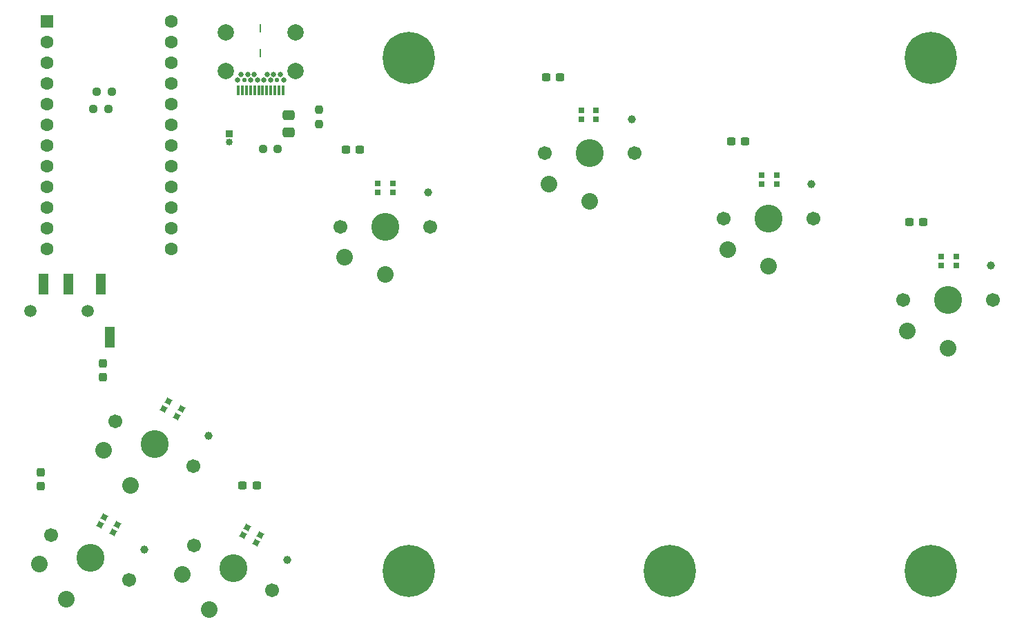
<source format=gbr>
%TF.GenerationSoftware,KiCad,Pcbnew,6.0.4*%
%TF.CreationDate,2022-04-08T16:21:30+02:00*%
%TF.ProjectId,keychordz,6b657963-686f-4726-947a-2e6b69636164,rev?*%
%TF.SameCoordinates,Original*%
%TF.FileFunction,Soldermask,Top*%
%TF.FilePolarity,Negative*%
%FSLAX46Y46*%
G04 Gerber Fmt 4.6, Leading zero omitted, Abs format (unit mm)*
G04 Created by KiCad (PCBNEW 6.0.4) date 2022-04-08 16:21:30*
%MOMM*%
%LPD*%
G01*
G04 APERTURE LIST*
G04 Aperture macros list*
%AMRoundRect*
0 Rectangle with rounded corners*
0 $1 Rounding radius*
0 $2 $3 $4 $5 $6 $7 $8 $9 X,Y pos of 4 corners*
0 Add a 4 corners polygon primitive as box body*
4,1,4,$2,$3,$4,$5,$6,$7,$8,$9,$2,$3,0*
0 Add four circle primitives for the rounded corners*
1,1,$1+$1,$2,$3*
1,1,$1+$1,$4,$5*
1,1,$1+$1,$6,$7*
1,1,$1+$1,$8,$9*
0 Add four rect primitives between the rounded corners*
20,1,$1+$1,$2,$3,$4,$5,0*
20,1,$1+$1,$4,$5,$6,$7,0*
20,1,$1+$1,$6,$7,$8,$9,0*
20,1,$1+$1,$8,$9,$2,$3,0*%
%AMRotRect*
0 Rectangle, with rotation*
0 The origin of the aperture is its center*
0 $1 length*
0 $2 width*
0 $3 Rotation angle, in degrees counterclockwise*
0 Add horizontal line*
21,1,$1,$2,0,0,$3*%
G04 Aperture macros list end*
%ADD10R,0.850000X0.850000*%
%ADD11O,0.850000X0.850000*%
%ADD12C,6.400000*%
%ADD13C,0.800000*%
%ADD14R,1.600000X1.600000*%
%ADD15C,1.600000*%
%ADD16R,0.700000X0.700000*%
%ADD17RoundRect,0.237500X-0.250000X-0.237500X0.250000X-0.237500X0.250000X0.237500X-0.250000X0.237500X0*%
%ADD18C,3.429000*%
%ADD19C,1.701800*%
%ADD20C,0.990600*%
%ADD21C,2.032000*%
%ADD22RotRect,0.700000X0.700000X330.000000*%
%ADD23RoundRect,0.237500X-0.237500X0.250000X-0.237500X-0.250000X0.237500X-0.250000X0.237500X0.250000X0*%
%ADD24RoundRect,0.237500X0.250000X0.237500X-0.250000X0.237500X-0.250000X-0.237500X0.250000X-0.237500X0*%
%ADD25RoundRect,0.237500X-0.300000X-0.237500X0.300000X-0.237500X0.300000X0.237500X-0.300000X0.237500X0*%
%ADD26RoundRect,0.250000X-0.475000X0.337500X-0.475000X-0.337500X0.475000X-0.337500X0.475000X0.337500X0*%
%ADD27RoundRect,0.237500X0.237500X-0.300000X0.237500X0.300000X-0.237500X0.300000X-0.237500X-0.300000X0*%
%ADD28R,0.300000X1.200000*%
%ADD29C,0.650000*%
%ADD30C,0.550000*%
%ADD31C,2.010000*%
%ADD32R,0.200000X1.000000*%
%ADD33RoundRect,0.237500X-0.237500X0.300000X-0.237500X-0.300000X0.237500X-0.300000X0.237500X0.300000X0*%
%ADD34R,1.200000X2.500000*%
%ADD35C,1.500000*%
G04 APERTURE END LIST*
D10*
%TO.C,USB*%
X40005000Y-49276000D03*
D11*
X40005000Y-50276000D03*
%TD*%
D12*
%TO.C,MNT5*%
X126000000Y-40000000D03*
D13*
X123600000Y-40000000D03*
X124302944Y-41697056D03*
X126000000Y-42400000D03*
X128400000Y-40000000D03*
X124302944Y-38302944D03*
X127697056Y-41697056D03*
X127697056Y-38302944D03*
X126000000Y-37600000D03*
%TD*%
D12*
%TO.C,MNT4*%
X62000000Y-40000000D03*
D13*
X59600000Y-40000000D03*
X60302944Y-41697056D03*
X62000000Y-42400000D03*
X64400000Y-40000000D03*
X60302944Y-38302944D03*
X63697056Y-41697056D03*
X63697056Y-38302944D03*
X62000000Y-37600000D03*
%TD*%
D14*
%TO.C,U1*%
X17701000Y-35520000D03*
D15*
X17701000Y-38060000D03*
X17701000Y-40600000D03*
X17701000Y-43140000D03*
X17701000Y-45680000D03*
X17701000Y-48220000D03*
X17701000Y-50760000D03*
X17701000Y-53300000D03*
X17701000Y-55840000D03*
X17701000Y-58380000D03*
X17701000Y-60920000D03*
X17701000Y-63460000D03*
X32941000Y-63460000D03*
X32941000Y-60920000D03*
X32941000Y-58380000D03*
X32941000Y-55840000D03*
X32941000Y-53300000D03*
X32941000Y-50760000D03*
X32941000Y-48220000D03*
X32941000Y-45680000D03*
X32941000Y-43140000D03*
X32941000Y-40600000D03*
X32941000Y-38060000D03*
X32941000Y-35520000D03*
%TD*%
D16*
%TO.C,D7*%
X58219000Y-56463500D03*
X60049000Y-56463500D03*
X60049000Y-55363500D03*
X58219000Y-55363500D03*
%TD*%
D17*
%TO.C,R3*%
X44137500Y-51132000D03*
X45962500Y-51132000D03*
%TD*%
D12*
%TO.C,MNT1*%
X62000000Y-103000000D03*
D13*
X59600000Y-103000000D03*
X60302944Y-104697056D03*
X62000000Y-105400000D03*
X64400000Y-103000000D03*
X60302944Y-101302944D03*
X63697056Y-104697056D03*
X63697056Y-101302944D03*
X62000000Y-100600000D03*
%TD*%
D16*
%TO.C,D8*%
X83185000Y-47525000D03*
X85015000Y-47525000D03*
X85015000Y-46425000D03*
X83185000Y-46425000D03*
%TD*%
D18*
%TO.C,SW1*%
X22968000Y-101346000D03*
D19*
X27731140Y-104096000D03*
D20*
X29588653Y-100318693D03*
D19*
X18204860Y-98596000D03*
D21*
X20018000Y-106455550D03*
X16737873Y-102136897D03*
%TD*%
D22*
%TO.C,D4*%
X24186587Y-97300814D03*
X25771413Y-98215814D03*
X26321413Y-97263186D03*
X24736587Y-96348186D03*
%TD*%
D19*
%TO.C,SW5*%
X89682000Y-51689000D03*
X78682000Y-51689000D03*
D20*
X89402000Y-47489000D03*
D18*
X84182000Y-51689000D03*
D21*
X84182000Y-57589000D03*
X79182000Y-55489000D03*
%TD*%
D23*
%TO.C,R4*%
X51036000Y-46289500D03*
X51036000Y-48114500D03*
%TD*%
D22*
%TO.C,D5*%
X41712587Y-98570814D03*
X43297413Y-99485814D03*
X43847413Y-98533186D03*
X42262587Y-97618186D03*
%TD*%
D24*
%TO.C,R1*%
X25598500Y-44156000D03*
X23773500Y-44156000D03*
%TD*%
D19*
%TO.C,SW6*%
X133682000Y-69689000D03*
X122682000Y-69689000D03*
D20*
X133402000Y-65489000D03*
D18*
X128182000Y-69689000D03*
D21*
X128182000Y-75589000D03*
X123182000Y-73489000D03*
%TD*%
D25*
%TO.C,C29*%
X101551500Y-50235000D03*
X103276500Y-50235000D03*
%TD*%
%TO.C,C30*%
X123395500Y-60141000D03*
X125120500Y-60141000D03*
%TD*%
D26*
%TO.C,C22*%
X47336000Y-47046500D03*
X47336000Y-49121500D03*
%TD*%
D25*
%TO.C,C28*%
X78845000Y-42361000D03*
X80570000Y-42361000D03*
%TD*%
D19*
%TO.C,SW2*%
X35730860Y-99866000D03*
X45257140Y-105366000D03*
D20*
X47114653Y-101588693D03*
D18*
X40494000Y-102616000D03*
D21*
X37544000Y-107725550D03*
X34263873Y-103406897D03*
%TD*%
D13*
%TO.C,MNT3*%
X127697056Y-104697056D03*
X123600000Y-103000000D03*
X124302944Y-104697056D03*
X124302944Y-101302944D03*
X126000000Y-105400000D03*
X126000000Y-100600000D03*
X128400000Y-103000000D03*
D12*
X126000000Y-103000000D03*
D13*
X127697056Y-101302944D03*
%TD*%
D25*
%TO.C,C27*%
X54307500Y-51251000D03*
X56032500Y-51251000D03*
%TD*%
D19*
%TO.C,SW7*%
X100682000Y-59689000D03*
D18*
X106182000Y-59689000D03*
D19*
X111682000Y-59689000D03*
D20*
X111402000Y-55489000D03*
D21*
X106182000Y-65589000D03*
X101182000Y-63489000D03*
%TD*%
D17*
%TO.C,R2*%
X23337500Y-46250000D03*
X25162500Y-46250000D03*
%TD*%
D22*
%TO.C,D6*%
X32009174Y-83095628D03*
X33594000Y-84010628D03*
X34144000Y-83058000D03*
X32559174Y-82143000D03*
%TD*%
D27*
%TO.C,C4*%
X16872000Y-92556500D03*
X16872000Y-90831500D03*
%TD*%
D19*
%TO.C,SW3*%
X26078860Y-84626000D03*
X35605140Y-90126000D03*
D18*
X30842000Y-87376000D03*
D20*
X37462653Y-86348693D03*
D21*
X27892000Y-92485550D03*
X24611873Y-88166897D03*
%TD*%
D13*
%TO.C,MNT2*%
X96400000Y-103000000D03*
X94000000Y-105400000D03*
X92302944Y-104697056D03*
X92302944Y-101302944D03*
X94000000Y-100600000D03*
X91600000Y-103000000D03*
D12*
X94000000Y-103000000D03*
D13*
X95697056Y-101302944D03*
X95697056Y-104697056D03*
%TD*%
D28*
%TO.C,J1*%
X46622000Y-43982000D03*
X46122000Y-43982000D03*
X45622000Y-43982000D03*
X45122000Y-43982000D03*
X44622000Y-43982000D03*
X44122000Y-43982000D03*
X43622000Y-43982000D03*
X43122000Y-43982000D03*
X42622000Y-43982000D03*
X42122000Y-43982000D03*
X41622000Y-43982000D03*
X41122000Y-43982000D03*
D29*
X41072000Y-42732000D03*
X41472000Y-42022000D03*
X42272000Y-42022000D03*
X42672000Y-42732000D03*
X43072000Y-42022000D03*
X43472000Y-42732000D03*
X44272000Y-42732000D03*
X44672000Y-42022000D03*
X45072000Y-42732000D03*
X45472000Y-42022000D03*
X46272000Y-42022000D03*
X46672000Y-42732000D03*
D30*
X41872000Y-42732000D03*
X45872000Y-42732000D03*
D31*
X48142000Y-41582000D03*
X39602000Y-41582000D03*
X48142000Y-36852000D03*
X39602000Y-36852000D03*
D32*
X43872000Y-39402000D03*
X43872000Y-36302000D03*
%TD*%
D18*
%TO.C,SW4*%
X59182000Y-60689000D03*
D20*
X64402000Y-56489000D03*
D19*
X53682000Y-60689000D03*
X64682000Y-60689000D03*
D21*
X59182000Y-66589000D03*
X54182000Y-64489000D03*
%TD*%
D16*
%TO.C,D10*%
X127307000Y-65480500D03*
X129137000Y-65480500D03*
X129137000Y-64380500D03*
X127307000Y-64380500D03*
%TD*%
D33*
%TO.C,C26*%
X24492000Y-77470000D03*
X24492000Y-79195000D03*
%TD*%
D25*
%TO.C,C25*%
X41663500Y-92456000D03*
X43388500Y-92456000D03*
%TD*%
D34*
%TO.C,J2*%
X24253000Y-67770000D03*
X25353000Y-74270000D03*
X17253000Y-67770000D03*
X20253000Y-67770000D03*
D35*
X15653000Y-71020000D03*
X22653000Y-71020000D03*
%TD*%
D16*
%TO.C,D9*%
X105336000Y-55447500D03*
X107166000Y-55447500D03*
X107166000Y-54347500D03*
X105336000Y-54347500D03*
%TD*%
M02*

</source>
